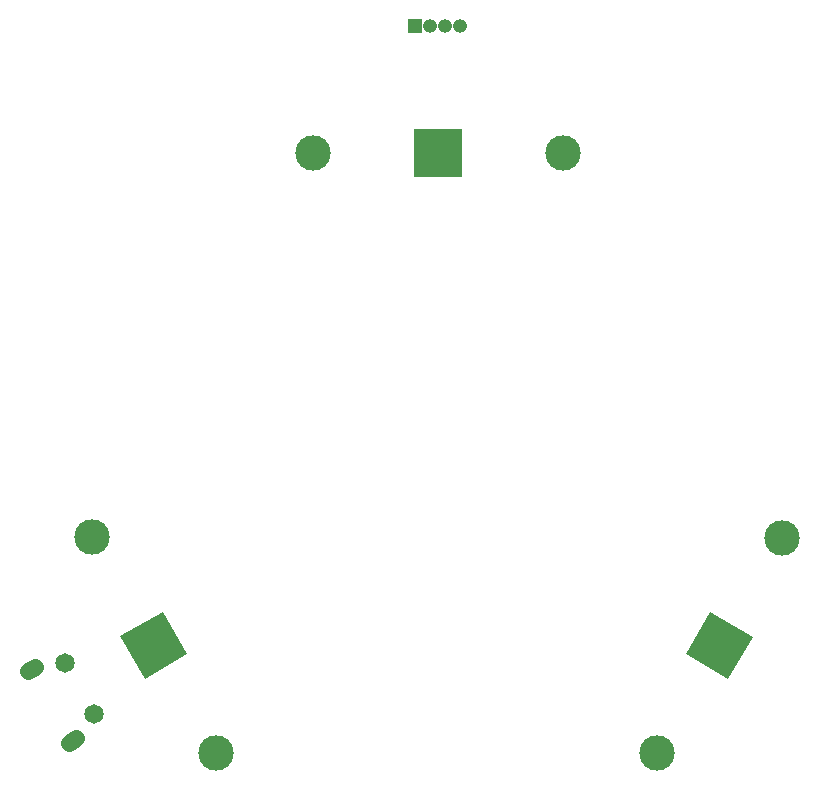
<source format=gbs>
G04 #@! TF.FileFunction,Soldermask,Bot*
%FSLAX46Y46*%
G04 Gerber Fmt 4.6, Leading zero omitted, Abs format (unit mm)*
G04 Created by KiCad (PCBNEW 4.0.7) date 2018 May 15, Tuesday 19:27:55*
%MOMM*%
%LPD*%
G01*
G04 APERTURE LIST*
%ADD10C,0.100000*%
%ADD11C,3.000000*%
%ADD12R,4.160000X4.160000*%
%ADD13R,1.200000X1.200000*%
%ADD14O,1.200000X1.200000*%
%ADD15C,1.650000*%
%ADD16C,1.400000*%
G04 APERTURE END LIST*
D10*
D11*
X125441680Y-46029880D03*
X146551680Y-46029880D03*
D12*
X135996680Y-46029880D03*
D11*
X154552500Y-96830898D03*
X165107500Y-78549102D03*
D10*
G36*
X156988667Y-88451333D02*
X159068667Y-84848667D01*
X162671333Y-86928667D01*
X160591333Y-90531333D01*
X156988667Y-88451333D01*
X156988667Y-88451333D01*
G37*
D13*
X134100000Y-35200000D03*
D14*
X135370000Y-35200000D03*
X136640000Y-35200000D03*
X137910000Y-35200000D03*
D11*
X106672500Y-78534102D03*
X117227500Y-96815898D03*
D10*
G36*
X112711333Y-84833667D02*
X114791333Y-88436333D01*
X111188667Y-90516333D01*
X109108667Y-86913667D01*
X112711333Y-84833667D01*
X112711333Y-84833667D01*
G37*
D15*
X104414620Y-89184516D03*
X106914620Y-93514644D03*
D16*
X101273242Y-89843491D02*
X101879460Y-89493491D01*
X105379460Y-95555669D02*
X104773242Y-95905669D01*
M02*

</source>
